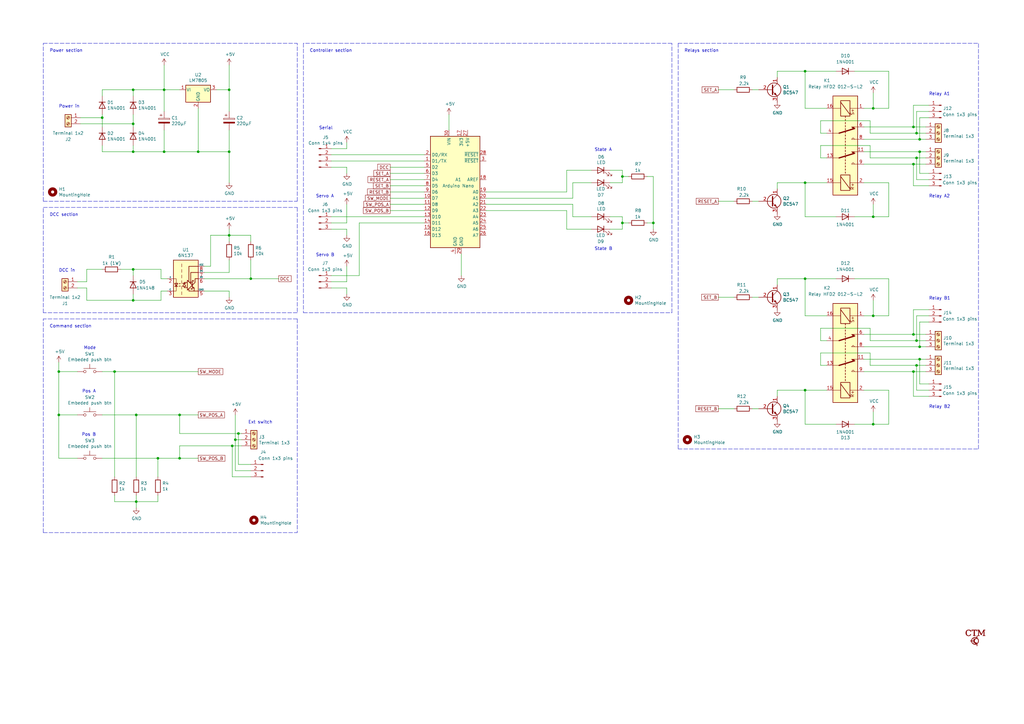
<source format=kicad_sch>
(kicad_sch (version 20211123) (generator eeschema)
  (paper "A3")
  (title_block (title "SM01 - Schematic") (date "2023-07-03") (rev "1.3") (company "CT-Modélisme (ct-modelisme.fr)") (comment 1 "Rev 1.1 - 2021-06-24") (comment 2 "Rev 1.2 - 2022-06-20"))
  (lib_symbols
    (symbol "CTM:Logo_CTM" (pin_names (offset 1.016)))
    (symbol "Connector:Conn_01x03_Male" (pin_names (offset 1.016) hide)
      (property "Reference" "J" (at 0 5.08 0))
      (property "Value" "Conn_01x03_Male" (at 0 -5.08 0))
      (symbol "Conn_01x03_Male_1_1"
        (pin passive line (at 5.08 2.54 180) (length 3.81) (name "Pin_1") (number "1"))
        (pin passive line (at 5.08 0 180) (length 3.81) (name "Pin_2") (number "2"))
        (pin passive line (at 5.08 -2.54 180) (length 3.81) (name "Pin_3") (number "3"))
      )
    )
    (symbol "Connector:Conn_01x04_Male" (pin_names (offset 1.016) hide)
      (property "Reference" "J" (at 0 5.08 0))
      (property "Value" "Conn_01x04_Male" (at 0 -7.62 0))
      (symbol "Conn_01x04_Male_1_1"
        (pin passive line (at 5.08 2.54 180) (length 3.81) (name "Pin_1") (number "1"))
        (pin passive line (at 5.08 0 180) (length 3.81) (name "Pin_2") (number "2"))
        (pin passive line (at 5.08 -2.54 180) (length 3.81) (name "Pin_3") (number "3"))
        (pin passive line (at 5.08 -5.08 180) (length 3.81) (name "Pin_4") (number "4"))
      )
    )
    (symbol "Connector:Screw_Terminal_01x02" (pin_names (offset 1.016) hide)
      (property "Reference" "J" (at 0 2.54 0))
      (property "Value" "Screw_Terminal_01x02" (at 0 -5.08 0))
      (symbol "Screw_Terminal_01x02_1_1"
        (pin passive line (at -5.08 0 0) (length 3.81) (name "Pin_1") (number "1"))
        (pin passive line (at -5.08 -2.54 0) (length 3.81) (name "Pin_2") (number "2"))
      )
    )
    (symbol "Connector:Screw_Terminal_01x03" (pin_names (offset 1.016) hide)
      (property "Reference" "J" (at 0 5.08 0))
      (property "Value" "Screw_Terminal_01x03" (at 0 -5.08 0))
      (symbol "Screw_Terminal_01x03_1_1"
        (pin passive line (at -5.08 2.54 0) (length 3.81) (name "Pin_1") (number "1"))
        (pin passive line (at -5.08 0 0) (length 3.81) (name "Pin_2") (number "2"))
        (pin passive line (at -5.08 -2.54 0) (length 3.81) (name "Pin_3") (number "3"))
      )
    )
    (symbol "Device:C_Polarized" (pin_numbers hide) (pin_names (offset 0.254))
      (property "Reference" "C" (at 0.635 2.54 0))
      (property "Value" "C_Polarized" (at 0.635 -2.54 0))
      (symbol "C_Polarized_1_1"
        (pin passive line (at 0 3.81 270) (length 2.794) (name "~") (number "1"))
        (pin passive line (at 0 -3.81 90) (length 2.794) (name "~") (number "2"))
      )
    )
    (symbol "Device:LED" (pin_numbers hide) (pin_names (offset 1.016) hide)
      (property "Reference" "D" (at 0 2.54 0))
      (property "Value" "LED" (at 0 -2.54 0))
      (symbol "LED_1_1"
        (pin passive line (at -3.81 0 0) (length 2.54) (name "K") (number "1"))
        (pin passive line (at 3.81 0 180) (length 2.54) (name "A") (number "2"))
      )
    )
    (symbol "Device:R" (pin_numbers hide) (pin_names (offset 0))
      (property "Reference" "R" (at 2.032 0 90))
      (property "Value" "R" (at 0 0 90))
      (symbol "R_1_1"
        (pin passive line (at 0 3.81 270) (length 1.27) (name "~") (number "1"))
        (pin passive line (at 0 -3.81 90) (length 1.27) (name "~") (number "2"))
      )
    )
    (symbol "Diode:1N4001" (pin_numbers hide) (pin_names (offset 1.016) hide)
      (property "Reference" "D" (at 0 2.54 0))
      (property "Value" "1N4001" (at 0 -2.54 0))
      (symbol "1N4001_1_1"
        (pin passive line (at -3.81 0 0) (length 2.54) (name "K") (number "1"))
        (pin passive line (at 3.81 0 180) (length 2.54) (name "A") (number "2"))
      )
    )
    (symbol "Diode:1N4148" (pin_numbers hide) (pin_names (offset 1.016) hide)
      (property "Reference" "D" (at 0 2.54 0))
      (property "Value" "1N4148" (at 0 -2.54 0))
      (symbol "1N4148_1_1"
        (pin passive line (at -3.81 0 0) (length 2.54) (name "K") (number "1"))
        (pin passive line (at 3.81 0 180) (length 2.54) (name "A") (number "2"))
      )
    )
    (symbol "Isolator:6N137" (pin_names (offset 0))
      (property "Reference" "U" (at -4.064 8.89 0))
      (property "Value" "6N137" (at 0 -8.89 0))
      (symbol "6N137_1_1"
        (pin no_connect line (at -5.08 5.08 0) (length 2.54) hide (name "NC") (number "1"))
        (pin passive line (at -7.62 0 0) (length 2.54) (name "A") (number "2"))
        (pin passive line (at -7.62 -5.08 0) (length 2.54) (name "C") (number "3"))
        (pin power_in line (at 7.62 -5.08 180) (length 2.54) (name "GND") (number "5"))
        (pin open_collector line (at 7.62 0 180) (length 2.54) (name "VO") (number "6"))
        (pin input line (at 7.62 2.54 180) (length 2.54) (name "EN") (number "7"))
        (pin power_in line (at 7.62 5.08 180) (length 2.54) (name "VCC") (number "8"))
      )
    )
    (symbol "MCU_Module:Arduino_Nano_v2.x"
      (property "Reference" "A" (at -10.16 23.495 0))
      (property "Value" "Arduino_Nano_v2.x" (at 5.08 -24.13 0))
      (symbol "Arduino_Nano_v2.x_1_1"
        (pin bidirectional line (at -12.7 12.7 0) (length 2.54) (name "D1/TX") (number "1"))
        (pin bidirectional line (at -12.7 -2.54 0) (length 2.54) (name "D7") (number "10"))
        (pin bidirectional line (at -12.7 -5.08 0) (length 2.54) (name "D8") (number "11"))
        (pin bidirectional line (at -12.7 -7.62 0) (length 2.54) (name "D9") (number "12"))
        (pin bidirectional line (at -12.7 -10.16 0) (length 2.54) (name "D10") (number "13"))
        (pin bidirectional line (at -12.7 -12.7 0) (length 2.54) (name "D11") (number "14"))
        (pin bidirectional line (at -12.7 -15.24 0) (length 2.54) (name "D12") (number "15"))
        (pin bidirectional line (at -12.7 -17.78 0) (length 2.54) (name "D13") (number "16"))
        (pin power_out line (at 2.54 25.4 270) (length 2.54) (name "3V3") (number "17"))
        (pin input line (at 12.7 5.08 180) (length 2.54) (name "AREF") (number "18"))
        (pin bidirectional line (at 12.7 0 180) (length 2.54) (name "A0") (number "19"))
        (pin bidirectional line (at -12.7 15.24 0) (length 2.54) (name "D0/RX") (number "2"))
        (pin bidirectional line (at 12.7 -2.54 180) (length 2.54) (name "A1") (number "20"))
        (pin bidirectional line (at 12.7 -5.08 180) (length 2.54) (name "A2") (number "21"))
        (pin bidirectional line (at 12.7 -7.62 180) (length 2.54) (name "A3") (number "22"))
        (pin bidirectional line (at 12.7 -10.16 180) (length 2.54) (name "A4") (number "23"))
        (pin bidirectional line (at 12.7 -12.7 180) (length 2.54) (name "A5") (number "24"))
        (pin bidirectional line (at 12.7 -15.24 180) (length 2.54) (name "A6") (number "25"))
        (pin bidirectional line (at 12.7 -17.78 180) (length 2.54) (name "A7") (number "26"))
        (pin power_out line (at 5.08 25.4 270) (length 2.54) (name "+5V") (number "27"))
        (pin input line (at 12.7 15.24 180) (length 2.54) (name "~{RESET}") (number "28"))
        (pin power_in line (at 2.54 -25.4 90) (length 2.54) (name "GND") (number "29"))
        (pin input line (at 12.7 12.7 180) (length 2.54) (name "~{RESET}") (number "3"))
        (pin power_in line (at -2.54 25.4 270) (length 2.54) (name "VIN") (number "30"))
        (pin power_in line (at 0 -25.4 90) (length 2.54) (name "GND") (number "4"))
        (pin bidirectional line (at -12.7 10.16 0) (length 2.54) (name "D2") (number "5"))
        (pin bidirectional line (at -12.7 7.62 0) (length 2.54) (name "D3") (number "6"))
        (pin bidirectional line (at -12.7 5.08 0) (length 2.54) (name "D4") (number "7"))
        (pin bidirectional line (at -12.7 2.54 0) (length 2.54) (name "D5") (number "8"))
        (pin bidirectional line (at -12.7 0 0) (length 2.54) (name "D6") (number "9"))
      )
    )
    (symbol "Mechanical:MountingHole" (pin_names (offset 1.016))
      (property "Reference" "H" (at 0 5.08 0))
      (property "Value" "MountingHole" (at 0 3.175 0))
    )
    (symbol "Regulator_Linear:LM7805_TO220" (pin_names (offset 0.254))
      (property "Reference" "U" (at -3.81 3.175 0))
      (property "Value" "LM7805_TO220" (at 0 3.175 0))
      (symbol "LM7805_TO220_1_1"
        (pin power_in line (at -7.62 0 0) (length 2.54) (name "VI") (number "1"))
        (pin power_in line (at 0 -7.62 90) (length 2.54) (name "GND") (number "2"))
        (pin power_out line (at 7.62 0 180) (length 2.54) (name "VO") (number "3"))
      )
    )
    (symbol "SM01-rescue:Relay_HFD2_012-S-L2-Relay"
      (property "Reference" "K" (at 17.78 8.89 0))
      (property "Value" "Relay_HFD2_012-S-L2-Relay" (at 21.59 6.35 0))
      (symbol "Relay_HFD2_012-S-L2-Relay_1_1"
        (text "+" (at -14.351 2.921 0) (effects (font (size 1.27 1.27))))
        (text "+" (at 16.129 2.921 0) (effects (font (size 1.27 1.27))))
        (text "R" (at 17.526 2.921 0) (effects (font (size 1.27 1.27))))
        (text "S" (at -13.081 2.921 0) (effects (font (size 1.27 1.27))))
        (pin passive line (at -15.24 7.62 270) (length 2.54) (name "~") (number "1"))
        (pin passive line (at 2.54 7.62 270) (length 2.54) (name "~") (number "11"))
        (pin passive line (at 5.08 -7.62 90) (length 2.54) (name "~") (number "13"))
        (pin passive line (at 15.24 -7.62 90) (length 2.54) (name "~") (number "15"))
        (pin passive line (at -15.24 -7.62 90) (length 2.54) (name "~") (number "16"))
        (pin passive line (at 15.24 7.62 270) (length 2.54) (name "~") (number "2"))
        (pin passive line (at -5.08 -7.62 90) (length 2.54) (name "~") (number "4"))
        (pin passive line (at -7.62 7.62 270) (length 2.54) (name "~") (number "6"))
        (pin passive line (at -2.54 7.62 270) (length 2.54) (name "~") (number "8"))
        (pin passive line (at 7.62 7.62 270) (length 2.54) (name "~") (number "9"))
      )
    )
    (symbol "Switch:SW_Push" (pin_numbers hide) (pin_names (offset 1.016) hide)
      (property "Reference" "SW" (at 1.27 2.54 0))
      (property "Value" "SW_Push" (at 0 -1.524 0))
      (symbol "SW_Push_0_1"
        (pin passive line (at -5.08 0 0) (length 2.54) (name "1") (number "1"))
        (pin passive line (at 5.08 0 180) (length 2.54) (name "2") (number "2"))
      )
    )
    (symbol "Transistor_BJT:BC547" (pin_names (offset 0) hide)
      (property "Reference" "Q" (at 5.08 1.905 0))
      (property "Value" "BC547" (at 5.08 0 0))
      (symbol "BC547_1_1"
        (pin passive line (at 2.54 5.08 270) (length 2.54) (name "C") (number "1"))
        (pin input line (at -5.08 0 0) (length 5.08) (name "B") (number "2"))
        (pin passive line (at 2.54 -5.08 90) (length 2.54) (name "E") (number "3"))
      )
    )
    (symbol "power:+5V" (power) (pin_names (offset 0))
      (property "Value" "+5V" (at 0 3.556 0))
      (symbol "+5V_1_1"
        (pin power_in line (at 0 0 90) (length 0) hide (name "+5V") (number "1"))
      )
    )
    (symbol "power:GND" (power) (pin_names (offset 0))
      (property "Value" "GND" (at 0 -3.81 0))
      (symbol "GND_1_1"
        (pin power_in line (at 0 0 270) (length 0) hide (name "GND") (number "1"))
      )
    )
    (symbol "power:VCC" (power) (pin_names (offset 0))
      (property "Value" "VCC" (at 0 3.81 0))
      (symbol "VCC_1_1"
        (pin power_in line (at 0 0 90) (length 0) hide (name "VCC") (number "1"))
      )
    )
  )
  (junction (at 54.61 50.8))
  (junction (at 41.91 48.26))
  (junction (at 374.65 52.07))
  (junction (at 358.14 88.9))
  (junction (at 67.31 36.83))
  (junction (at 67.31 62.23))
  (junction (at 358.14 44.45))
  (junction (at 102.87 114.3))
  (junction (at 330.2 114.3))
  (junction (at 81.28 62.23))
  (junction (at 54.61 110.49))
  (junction (at 54.61 62.23))
  (junction (at 93.98 62.23))
  (junction (at 73.66 170.18))
  (junction (at 375.92 149.86))
  (junction (at 375.92 64.77))
  (junction (at 377.19 142.24))
  (junction (at 97.79 177.8))
  (junction (at 24.13 170.18))
  (junction (at 55.88 170.18))
  (junction (at 377.19 57.15))
  (junction (at 93.98 36.83))
  (junction (at 358.14 173.99))
  (junction (at 330.2 29.21))
  (junction (at 255.27 72.39))
  (junction (at 73.66 187.96))
  (junction (at 375.92 54.61))
  (junction (at 54.61 36.83))
  (junction (at 374.65 67.31))
  (junction (at 358.14 129.54))
  (junction (at 54.61 123.19))
  (junction (at 330.2 160.02))
  (junction (at 377.19 147.32))
  (junction (at 330.2 74.93))
  (junction (at 64.77 187.96))
  (junction (at 374.65 137.16))
  (junction (at 374.65 152.4))
  (junction (at 95.25 182.88))
  (junction (at 55.88 205.74))
  (junction (at 93.98 96.52))
  (junction (at 267.97 91.44))
  (junction (at 46.99 152.4))
  (junction (at 377.19 62.23))
  (junction (at 255.27 91.44))
  (junction (at 96.52 180.34))
  (junction (at 375.92 139.7))
  (junction (at 24.13 152.4))
  (wire (pts (xy 330.2 114.3) (xy 342.9 114.3)))
  (wire (pts (xy 318.77 74.93) (xy 330.2 74.93)))
  (wire (pts (xy 377.19 62.23) (xy 379.73 62.23)))
  (wire (pts (xy 232.41 86.36) (xy 199.39 86.36)))
  (wire (pts (xy 189.23 104.14) (xy 189.23 113.03)))
  (wire (pts (xy 135.89 115.57) (xy 142.24 115.57)))
  (wire (pts (xy 350.52 114.3) (xy 364.49 114.3)))
  (wire (pts (xy 255.27 93.98) (xy 255.27 91.44)))
  (wire (pts (xy 55.88 205.74) (xy 55.88 203.2)))
  (wire (pts (xy 95.25 182.88) (xy 73.66 182.88)))
  (wire (pts (xy 135.89 66.04) (xy 173.99 66.04)))
  (wire (pts (xy 339.09 149.86) (xy 336.55 149.86)))
  (polyline (pts (xy 278.13 17.78) (xy 278.13 184.15)))
  (wire (pts (xy 374.65 162.56) (xy 381 162.56)))
  (wire (pts (xy 160.02 68.58) (xy 173.99 68.58)))
  (polyline (pts (xy 121.92 85.09) (xy 121.92 128.27)))
  (wire (pts (xy 96.52 180.34) (xy 96.52 170.18)))
  (wire (pts (xy 54.61 120.65) (xy 54.61 123.19)))
  (polyline (pts (xy 278.13 17.78) (xy 401.32 17.78)))
  (wire (pts (xy 381 48.26) (xy 377.19 48.26)))
  (wire (pts (xy 81.28 44.45) (xy 81.28 62.23)))
  (wire (pts (xy 35.56 110.49) (xy 41.91 110.49)))
  (wire (pts (xy 73.66 182.88) (xy 73.66 187.96)))
  (wire (pts (xy 308.61 82.55) (xy 311.15 82.55)))
  (wire (pts (xy 308.61 167.64) (xy 311.15 167.64)))
  (wire (pts (xy 356.87 49.53) (xy 356.87 54.61)))
  (wire (pts (xy 102.87 114.3) (xy 102.87 106.68)))
  (wire (pts (xy 364.49 114.3) (xy 364.49 129.54)))
  (wire (pts (xy 160.02 86.36) (xy 173.99 86.36)))
  (wire (pts (xy 93.98 96.52) (xy 93.98 93.98)))
  (wire (pts (xy 54.61 110.49) (xy 54.61 113.03)))
  (wire (pts (xy 99.06 182.88) (xy 95.25 182.88)))
  (wire (pts (xy 97.79 177.8) (xy 73.66 177.8)))
  (wire (pts (xy 374.65 137.16) (xy 374.65 127)))
  (wire (pts (xy 73.66 177.8) (xy 73.66 170.18)))
  (wire (pts (xy 83.82 114.3) (xy 102.87 114.3)))
  (wire (pts (xy 31.75 152.4) (xy 24.13 152.4)))
  (wire (pts (xy 54.61 52.07) (xy 54.61 50.8)))
  (wire (pts (xy 142.24 68.58) (xy 142.24 71.12)))
  (wire (pts (xy 55.88 195.58) (xy 55.88 170.18)))
  (wire (pts (xy 294.64 82.55) (xy 300.99 82.55)))
  (polyline (pts (xy 17.78 82.55) (xy 17.78 17.78)))
  (wire (pts (xy 375.92 54.61) (xy 379.73 54.61)))
  (polyline (pts (xy 17.78 218.44) (xy 17.78 130.81)))
  (wire (pts (xy 374.65 52.07) (xy 379.73 52.07)))
  (wire (pts (xy 356.87 139.7) (xy 375.92 139.7)))
  (wire (pts (xy 377.19 132.08) (xy 377.19 142.24)))
  (wire (pts (xy 364.49 129.54) (xy 358.14 129.54)))
  (wire (pts (xy 354.33 147.32) (xy 377.19 147.32)))
  (wire (pts (xy 354.33 52.07) (xy 374.65 52.07)))
  (wire (pts (xy 135.89 88.9) (xy 173.99 88.9)))
  (wire (pts (xy 311.15 36.83) (xy 308.61 36.83)))
  (wire (pts (xy 73.66 170.18) (xy 81.28 170.18)))
  (wire (pts (xy 93.98 62.23) (xy 93.98 53.34)))
  (wire (pts (xy 354.33 152.4) (xy 374.65 152.4)))
  (wire (pts (xy 358.14 123.19) (xy 358.14 129.54)))
  (wire (pts (xy 142.24 60.96) (xy 142.24 58.42)))
  (wire (pts (xy 55.88 205.74) (xy 55.88 208.28)))
  (wire (pts (xy 35.56 123.19) (xy 54.61 123.19)))
  (wire (pts (xy 358.14 173.99) (xy 364.49 173.99)))
  (wire (pts (xy 339.09 64.77) (xy 336.55 64.77)))
  (wire (pts (xy 66.04 123.19) (xy 66.04 119.38)))
  (polyline (pts (xy 275.59 128.27) (xy 275.59 17.78)))
  (wire (pts (xy 364.49 160.02) (xy 364.49 173.99)))
  (wire (pts (xy 160.02 78.74) (xy 173.99 78.74)))
  (wire (pts (xy 350.52 88.9) (xy 358.14 88.9)))
  (wire (pts (xy 364.49 44.45) (xy 358.14 44.45)))
  (wire (pts (xy 64.77 187.96) (xy 73.66 187.96)))
  (wire (pts (xy 142.24 91.44) (xy 142.24 83.82)))
  (wire (pts (xy 255.27 72.39) (xy 255.27 74.93)))
  (wire (pts (xy 67.31 36.83) (xy 73.66 36.83)))
  (wire (pts (xy 54.61 123.19) (xy 66.04 123.19)))
  (polyline (pts (xy 401.32 184.15) (xy 401.32 17.78)))
  (wire (pts (xy 232.41 93.98) (xy 232.41 86.36)))
  (wire (pts (xy 31.75 115.57) (xy 35.56 115.57)))
  (wire (pts (xy 41.91 170.18) (xy 55.88 170.18)))
  (polyline (pts (xy 124.46 128.27) (xy 275.59 128.27)))
  (wire (pts (xy 375.92 149.86) (xy 379.73 149.86)))
  (polyline (pts (xy 124.46 17.78) (xy 124.46 128.27)))
  (wire (pts (xy 318.77 114.3) (xy 330.2 114.3)))
  (wire (pts (xy 377.19 157.48) (xy 377.19 147.32)))
  (wire (pts (xy 142.24 93.98) (xy 142.24 96.52)))
  (wire (pts (xy 356.87 149.86) (xy 375.92 149.86)))
  (wire (pts (xy 374.65 76.2) (xy 374.65 67.31)))
  (wire (pts (xy 24.13 152.4) (xy 24.13 148.59)))
  (wire (pts (xy 336.55 49.53) (xy 356.87 49.53)))
  (wire (pts (xy 135.89 63.5) (xy 173.99 63.5)))
  (wire (pts (xy 46.99 203.2) (xy 46.99 205.74)))
  (wire (pts (xy 54.61 110.49) (xy 66.04 110.49)))
  (wire (pts (xy 377.19 48.26) (xy 377.19 57.15)))
  (wire (pts (xy 199.39 83.82) (xy 234.95 83.82)))
  (wire (pts (xy 93.98 96.52) (xy 102.87 96.52)))
  (wire (pts (xy 339.09 44.45) (xy 330.2 44.45)))
  (wire (pts (xy 339.09 54.61) (xy 336.55 54.61)))
  (polyline (pts (xy 17.78 128.27) (xy 17.78 85.09)))
  (wire (pts (xy 255.27 72.39) (xy 257.81 72.39)))
  (wire (pts (xy 41.91 59.69) (xy 41.91 62.23)))
  (wire (pts (xy 330.2 160.02) (xy 330.2 173.99)))
  (wire (pts (xy 354.33 137.16) (xy 374.65 137.16)))
  (wire (pts (xy 377.19 57.15) (xy 379.73 57.15)))
  (wire (pts (xy 41.91 36.83) (xy 54.61 36.83)))
  (wire (pts (xy 358.14 129.54) (xy 354.33 129.54)))
  (wire (pts (xy 184.15 53.34) (xy 184.15 46.99)))
  (wire (pts (xy 364.49 29.21) (xy 364.49 44.45)))
  (wire (pts (xy 356.87 144.78) (xy 356.87 149.86)))
  (wire (pts (xy 358.14 44.45) (xy 354.33 44.45)))
  (wire (pts (xy 102.87 96.52) (xy 102.87 99.06)))
  (wire (pts (xy 342.9 88.9) (xy 330.2 88.9)))
  (wire (pts (xy 350.52 173.99) (xy 358.14 173.99)))
  (wire (pts (xy 147.32 113.03) (xy 147.32 91.44)))
  (wire (pts (xy 234.95 81.28) (xy 234.95 74.93)))
  (wire (pts (xy 142.24 115.57) (xy 142.24 109.22)))
  (wire (pts (xy 356.87 54.61) (xy 375.92 54.61)))
  (wire (pts (xy 267.97 93.98) (xy 267.97 91.44)))
  (wire (pts (xy 356.87 64.77) (xy 375.92 64.77)))
  (wire (pts (xy 336.55 59.69) (xy 356.87 59.69)))
  (wire (pts (xy 330.2 44.45) (xy 330.2 29.21)))
  (wire (pts (xy 86.36 96.52) (xy 93.98 96.52)))
  (wire (pts (xy 31.75 170.18) (xy 24.13 170.18)))
  (wire (pts (xy 97.79 190.5) (xy 97.79 177.8)))
  (wire (pts (xy 41.91 39.37) (xy 41.91 36.83)))
  (polyline (pts (xy 17.78 82.55) (xy 121.92 82.55)))
  (wire (pts (xy 41.91 152.4) (xy 46.99 152.4)))
  (wire (pts (xy 336.55 54.61) (xy 336.55 49.53)))
  (wire (pts (xy 342.9 173.99) (xy 330.2 173.99)))
  (wire (pts (xy 83.82 111.76) (xy 93.98 111.76)))
  (wire (pts (xy 41.91 48.26) (xy 41.91 46.99)))
  (wire (pts (xy 318.77 116.84) (xy 318.77 114.3)))
  (wire (pts (xy 135.89 68.58) (xy 142.24 68.58)))
  (wire (pts (xy 354.33 74.93) (xy 364.49 74.93)))
  (wire (pts (xy 354.33 67.31) (xy 374.65 67.31)))
  (wire (pts (xy 358.14 38.1) (xy 358.14 44.45)))
  (wire (pts (xy 356.87 59.69) (xy 356.87 64.77)))
  (wire (pts (xy 311.15 121.92) (xy 308.61 121.92)))
  (wire (pts (xy 358.14 83.82) (xy 358.14 88.9)))
  (wire (pts (xy 232.41 69.85) (xy 242.57 69.85)))
  (wire (pts (xy 381 157.48) (xy 377.19 157.48)))
  (wire (pts (xy 55.88 205.74) (xy 64.77 205.74)))
  (wire (pts (xy 318.77 29.21) (xy 330.2 29.21)))
  (wire (pts (xy 114.3 114.3) (xy 102.87 114.3)))
  (wire (pts (xy 250.19 88.9) (xy 255.27 88.9)))
  (wire (pts (xy 318.77 162.56) (xy 318.77 160.02)))
  (wire (pts (xy 55.88 170.18) (xy 73.66 170.18)))
  (wire (pts (xy 93.98 119.38) (xy 93.98 121.92)))
  (wire (pts (xy 64.77 195.58) (xy 64.77 187.96)))
  (polyline (pts (xy 121.92 82.55) (xy 121.92 17.78)))
  (wire (pts (xy 24.13 152.4) (xy 24.13 170.18)))
  (wire (pts (xy 83.82 119.38) (xy 93.98 119.38)))
  (wire (pts (xy 375.92 129.54) (xy 381 129.54)))
  (wire (pts (xy 336.55 144.78) (xy 356.87 144.78)))
  (wire (pts (xy 339.09 74.93) (xy 330.2 74.93)))
  (polyline (pts (xy 17.78 85.09) (xy 121.92 85.09)))
  (wire (pts (xy 46.99 152.4) (xy 81.28 152.4)))
  (wire (pts (xy 318.77 77.47) (xy 318.77 74.93)))
  (wire (pts (xy 160.02 71.12) (xy 173.99 71.12)))
  (wire (pts (xy 377.19 71.12) (xy 381 71.12)))
  (wire (pts (xy 375.92 139.7) (xy 375.92 129.54)))
  (wire (pts (xy 173.99 76.2) (xy 160.02 76.2)))
  (wire (pts (xy 336.55 64.77) (xy 336.55 59.69)))
  (wire (pts (xy 255.27 91.44) (xy 257.81 91.44)))
  (wire (pts (xy 354.33 62.23) (xy 377.19 62.23)))
  (wire (pts (xy 374.65 127) (xy 381 127)))
  (wire (pts (xy 234.95 74.93) (xy 242.57 74.93)))
  (wire (pts (xy 102.87 195.58) (xy 95.25 195.58)))
  (wire (pts (xy 54.61 36.83) (xy 54.61 39.37)))
  (wire (pts (xy 350.52 29.21) (xy 364.49 29.21)))
  (wire (pts (xy 381 76.2) (xy 374.65 76.2)))
  (wire (pts (xy 336.55 139.7) (xy 336.55 134.62)))
  (wire (pts (xy 375.92 73.66) (xy 381 73.66)))
  (wire (pts (xy 267.97 91.44) (xy 267.97 72.39)))
  (wire (pts (xy 41.91 52.07) (xy 41.91 48.26)))
  (wire (pts (xy 99.06 180.34) (xy 96.52 180.34)))
  (wire (pts (xy 54.61 36.83) (xy 67.31 36.83)))
  (wire (pts (xy 66.04 119.38) (xy 68.58 119.38)))
  (wire (pts (xy 99.06 177.8) (xy 97.79 177.8)))
  (wire (pts (xy 49.53 110.49) (xy 54.61 110.49)))
  (wire (pts (xy 93.98 111.76) (xy 93.98 106.68)))
  (wire (pts (xy 339.09 139.7) (xy 336.55 139.7)))
  (wire (pts (xy 354.33 142.24) (xy 377.19 142.24)))
  (wire (pts (xy 255.27 88.9) (xy 255.27 91.44)))
  (wire (pts (xy 330.2 129.54) (xy 330.2 114.3)))
  (wire (pts (xy 255.27 74.93) (xy 250.19 74.93)))
  (wire (pts (xy 54.61 50.8) (xy 54.61 46.99)))
  (wire (pts (xy 68.58 114.3) (xy 66.04 114.3)))
  (wire (pts (xy 96.52 193.04) (xy 102.87 193.04)))
  (wire (pts (xy 234.95 83.82) (xy 234.95 88.9)))
  (wire (pts (xy 356.87 134.62) (xy 356.87 139.7)))
  (wire (pts (xy 46.99 205.74) (xy 55.88 205.74)))
  (wire (pts (xy 267.97 72.39) (xy 265.43 72.39)))
  (polyline (pts (xy 121.92 128.27) (xy 17.78 128.27)))
  (wire (pts (xy 95.25 195.58) (xy 95.25 182.88)))
  (wire (pts (xy 160.02 73.66) (xy 173.99 73.66)))
  (wire (pts (xy 66.04 114.3) (xy 66.04 110.49)))
  (polyline (pts (xy 121.92 130.81) (xy 17.78 130.81)))
  (wire (pts (xy 381 132.08) (xy 377.19 132.08)))
  (wire (pts (xy 199.39 78.74) (xy 232.41 78.74)))
  (wire (pts (xy 35.56 115.57) (xy 35.56 110.49)))
  (wire (pts (xy 330.2 29.21) (xy 342.9 29.21)))
  (wire (pts (xy 375.92 64.77) (xy 375.92 73.66)))
  (wire (pts (xy 354.33 160.02) (xy 364.49 160.02)))
  (polyline (pts (xy 17.78 17.78) (xy 121.92 17.78)))
  (wire (pts (xy 318.77 160.02) (xy 330.2 160.02)))
  (wire (pts (xy 31.75 118.11) (xy 35.56 118.11)))
  (wire (pts (xy 93.98 36.83) (xy 93.98 45.72)))
  (wire (pts (xy 294.64 121.92) (xy 300.99 121.92)))
  (wire (pts (xy 67.31 62.23) (xy 81.28 62.23)))
  (wire (pts (xy 232.41 78.74) (xy 232.41 69.85)))
  (wire (pts (xy 88.9 36.83) (xy 93.98 36.83)))
  (polyline (pts (xy 121.92 130.81) (xy 121.92 218.44)))
  (wire (pts (xy 339.09 160.02) (xy 330.2 160.02)))
  (wire (pts (xy 147.32 91.44) (xy 173.99 91.44)))
  (wire (pts (xy 93.98 74.93) (xy 93.98 62.23)))
  (wire (pts (xy 135.89 93.98) (xy 142.24 93.98)))
  (wire (pts (xy 83.82 109.22) (xy 86.36 109.22)))
  (wire (pts (xy 374.65 67.31) (xy 379.73 67.31)))
  (wire (pts (xy 318.77 31.75) (xy 318.77 29.21)))
  (wire (pts (xy 234.95 88.9) (xy 242.57 88.9)))
  (wire (pts (xy 358.14 88.9) (xy 364.49 88.9)))
  (wire (pts (xy 250.19 93.98) (xy 255.27 93.98)))
  (wire (pts (xy 54.61 62.23) (xy 54.61 59.69)))
  (wire (pts (xy 33.02 50.8) (xy 54.61 50.8)))
  (wire (pts (xy 364.49 74.93) (xy 364.49 88.9)))
  (wire (pts (xy 142.24 118.11) (xy 142.24 120.65)))
  (wire (pts (xy 294.64 36.83) (xy 300.99 36.83)))
  (wire (pts (xy 336.55 134.62) (xy 356.87 134.62)))
  (wire (pts (xy 46.99 195.58) (xy 46.99 152.4)))
  (polyline (pts (xy 278.13 184.15) (xy 401.32 184.15)))
  (wire (pts (xy 375.92 64.77) (xy 379.73 64.77)))
  (wire (pts (xy 375.92 139.7) (xy 379.73 139.7)))
  (wire (pts (xy 67.31 36.83) (xy 67.31 45.72)))
  (wire (pts (xy 135.89 91.44) (xy 142.24 91.44)))
  (wire (pts (xy 33.02 48.26) (xy 41.91 48.26)))
  (wire (pts (xy 54.61 62.23) (xy 67.31 62.23)))
  (wire (pts (xy 375.92 160.02) (xy 381 160.02)))
  (wire (pts (xy 374.65 43.18) (xy 381 43.18)))
  (wire (pts (xy 67.31 62.23) (xy 67.31 53.34)))
  (polyline (pts (xy 17.78 218.44) (xy 121.92 218.44)))
  (wire (pts (xy 374.65 152.4) (xy 379.73 152.4)))
  (wire (pts (xy 232.41 93.98) (xy 242.57 93.98)))
  (wire (pts (xy 41.91 62.23) (xy 54.61 62.23)))
  (wire (pts (xy 354.33 57.15) (xy 377.19 57.15)))
  (wire (pts (xy 64.77 205.74) (xy 64.77 203.2)))
  (wire (pts (xy 86.36 109.22) (xy 86.36 96.52)))
  (wire (pts (xy 173.99 83.82) (xy 160.02 83.82)))
  (wire (pts (xy 24.13 170.18) (xy 24.13 187.96)))
  (wire (pts (xy 250.19 69.85) (xy 255.27 69.85)))
  (wire (pts (xy 73.66 187.96) (xy 81.28 187.96)))
  (wire (pts (xy 135.89 113.03) (xy 147.32 113.03)))
  (wire (pts (xy 67.31 26.67) (xy 67.31 36.83)))
  (wire (pts (xy 294.64 167.64) (xy 300.99 167.64)))
  (wire (pts (xy 377.19 147.32) (xy 379.73 147.32)))
  (wire (pts (xy 24.13 187.96) (xy 31.75 187.96)))
  (wire (pts (xy 81.28 62.23) (xy 93.98 62.23)))
  (wire (pts (xy 199.39 81.28) (xy 234.95 81.28)))
  (wire (pts (xy 330.2 74.93) (xy 330.2 88.9)))
  (wire (pts (xy 377.19 62.23) (xy 377.19 71.12)))
  (wire (pts (xy 339.09 129.54) (xy 330.2 129.54)))
  (wire (pts (xy 377.19 142.24) (xy 379.73 142.24)))
  (wire (pts (xy 102.87 190.5) (xy 97.79 190.5)))
  (wire (pts (xy 375.92 54.61) (xy 375.92 45.72)))
  (wire (pts (xy 358.14 168.91) (xy 358.14 173.99)))
  (wire (pts (xy 93.98 99.06) (xy 93.98 96.52)))
  (wire (pts (xy 267.97 91.44) (xy 265.43 91.44)))
  (wire (pts (xy 41.91 187.96) (xy 64.77 187.96)))
  (wire (pts (xy 374.65 152.4) (xy 374.65 162.56)))
  (wire (pts (xy 375.92 149.86) (xy 375.92 160.02)))
  (polyline (pts (xy 275.59 17.78) (xy 124.46 17.78)))
  (wire (pts (xy 374.65 137.16) (xy 379.73 137.16)))
  (wire (pts (xy 135.89 60.96) (xy 142.24 60.96)))
  (wire (pts (xy 135.89 118.11) (xy 142.24 118.11)))
  (wire (pts (xy 255.27 69.85) (xy 255.27 72.39)))
  (wire (pts (xy 160.02 81.28) (xy 173.99 81.28)))
  (wire (pts (xy 35.56 118.11) (xy 35.56 123.19)))
  (wire (pts (xy 336.55 149.86) (xy 336.55 144.78)))
  (wire (pts (xy 375.92 45.72) (xy 381 45.72)))
  (wire (pts (xy 93.98 26.67) (xy 93.98 36.83)))
  (wire (pts (xy 96.52 180.34) (xy 96.52 193.04)))
  (wire (pts (xy 374.65 52.07) (xy 374.65 43.18)))
  (text "Relay B2" (at 381 167.64 0) (effects (font (size 1.27 1.27)) (justify left bottom)))
  (text "Command section" (at 20.32 134.62 0) (effects (font (size 1.27 1.27)) (justify left bottom)))
  (text "Power section" (at 20.32 21.59 0) (effects (font (size 1.27 1.27)) (justify left bottom)))
  (text "Relay B1" (at 381 123.19 0) (effects (font (size 1.27 1.27)) (justify left bottom)))
  (text "Pos B" (at 39.37 179.07 180) (effects (font (size 1.27 1.27)) (justify right bottom)))
  (text "Power in" (at 24.13 44.45 0) (effects (font (size 1.27 1.27)) (justify left bottom)))
  (text "Mode" (at 39.37 143.51 180) (effects (font (size 1.27 1.27)) (justify right bottom)))
  (text "Relay A2" (at 381 81.28 0) (effects (font (size 1.27 1.27)) (justify left bottom)))
  (text "Controller section" (at 127 21.59 0) (effects (font (size 1.27 1.27)) (justify left bottom)))
  (text "State A" (at 243.84 62.23 0) (effects (font (size 1.27 1.27)) (justify left bottom)))
  (text "State B" (at 243.84 102.87 0) (effects (font (size 1.27 1.27)) (justify left bottom)))
  (text "Servo A" (at 129.54 81.28 0) (effects (font (size 1.27 1.27)) (justify left bottom)))
  (text "DCC in" (at 24.13 111.76 0) (effects (font (size 1.27 1.27)) (justify left bottom)))
  (text "Relays section" (at 280.67 21.59 0) (effects (font (size 1.27 1.27)) (justify left bottom)))
  (text "Ext switch" (at 111.76 173.99 180) (effects (font (size 1.27 1.27)) (justify right bottom)))
  (text "Serial" (at 130.81 53.34 0) (effects (font (size 1.27 1.27)) (justify left bottom)))
  (text "Servo B" (at 129.54 105.41 0) (effects (font (size 1.27 1.27)) (justify left bottom)))
  (text "Pos A" (at 39.37 161.29 180) (effects (font (size 1.27 1.27)) (justify right bottom)))
  (text "Relay A1" (at 381 39.37 0) (effects (font (size 1.27 1.27)) (justify left bottom)))
  (text "DCC section" (at 20.32 88.9 0) (effects (font (size 1.27 1.27)) (justify left bottom)))
  (global_label "DCC" (shape passive) (at 114.3 114.3 0) (property "Intersheet References" "${INTERSHEET_REFS}" (effects hide)))
  (global_label "RESET_A" (shape passive) (at 294.64 82.55 180) (property "Intersheet References" "${INTERSHEET_REFS}" (effects hide)))
  (global_label "SW_POS_B" (shape passive) (at 160.02 86.36 180) (property "Intersheet References" "${INTERSHEET_REFS}" (effects hide)))
  (global_label "SET_B" (shape passive) (at 160.02 76.2 180) (property "Intersheet References" "${INTERSHEET_REFS}" (effects hide)))
  (global_label "DCC" (shape passive) (at 160.02 68.58 180) (property "Intersheet References" "${INTERSHEET_REFS}" (effects hide)))
  (global_label "SW_POS_A" (shape passive) (at 160.02 83.82 180) (property "Intersheet References" "${INTERSHEET_REFS}" (effects hide)))
  (global_label "RESET_B" (shape passive) (at 160.02 78.74 180) (property "Intersheet References" "${INTERSHEET_REFS}" (effects hide)))
  (global_label "RESET_B" (shape passive) (at 294.64 167.64 180) (property "Intersheet References" "${INTERSHEET_REFS}" (effects hide)))
  (global_label "SW_MODE" (shape passive) (at 160.02 81.28 180) (property "Intersheet References" "${INTERSHEET_REFS}" (effects hide)))
  (global_label "SET_A" (shape passive) (at 294.64 36.83 180) (property "Intersheet References" "${INTERSHEET_REFS}" (effects hide)))
  (global_label "SW_POS_A" (shape passive) (at 81.28 170.18 0) (property "Intersheet References" "${INTERSHEET_REFS}" (effects hide)))
  (global_label "SW_MODE" (shape passive) (at 81.28 152.4 0) (property "Intersheet References" "${INTERSHEET_REFS}" (effects hide)))
  (global_label "SET_A" (shape passive) (at 160.02 71.12 180) (property "Intersheet References" "${INTERSHEET_REFS}" (effects hide)))
  (global_label "SW_POS_B" (shape passive) (at 81.28 187.96 0) (property "Intersheet References" "${INTERSHEET_REFS}" (effects hide)))
  (global_label "SET_B" (shape passive) (at 294.64 121.92 180) (property "Intersheet References" "${INTERSHEET_REFS}" (effects hide)))
  (global_label "RESET_A" (shape passive) (at 160.02 73.66 180) (property "Intersheet References" "${INTERSHEET_REFS}" (effects hide)))
  (symbol (lib_id "MCU_Module:Arduino_Nano_v2.x") (at 186.69 78.74 0) (unit 1)
    (property "Reference" "A1" (at 187.96 73.66 0))
    (property "Value" "Arduino Nano" (at 187.96 76.2 0))
    (property "Footprint" "Module:Arduino_Nano" (effects hide))
    (property "Datasheet" "https://www.arduino.cc/en/uploads/Main/ArduinoNanoManual23.pdf" (effects hide))
  )
  (symbol (lib_id "Connector:Screw_Terminal_01x02") (at 27.94 48.26 0) (mirror y) (unit 1)
    (property "Reference" "J2" (at 27.94 57.15 0))
    (property "Value" "Terminal 1x2" (at 27.94 54.61 0))
    (property "Footprint" "TerminalBlock:TerminalBlock_bornier-2_P5.08mm" (effects hide))
  )
  (symbol (lib_id "SM01-rescue:Relay_HFD2_012-S-L2-Relay") (at 346.71 59.69 270) (unit 1)
    (property "Reference" "K1" (at 337.82 33.02 90) (effects (justify left)))
    (property "Value" "Relay HFD2 012-S-L2" (at 331.47 35.56 90) (effects (justify left)))
    (property "Footprint" "Package_DIP:DIP-16_W7.62mm_Socket" (effects hide))
    (property "Datasheet" "https://content.kemet.com/datasheets/KEM_R7002_EC2_EE2.pdf" (effects hide))
  )
  (symbol (lib_id "Diode:1N4001") (at 41.91 43.18 270) (unit 1)
    (property "Reference" "D1" (at 43.942 42.0116 90) (effects (justify left)))
    (property "Value" "1N4001" (at 43.942 44.323 90) (effects (justify left)))
    (property "Footprint" "Diode_THT:D_DO-41_SOD81_P10.16mm_Horizontal" (effects hide))
    (property "Datasheet" "http://www.vishay.com/docs/88503/1n4001.pdf" (effects hide))
  )
  (symbol (lib_id "Diode:1N4001") (at 41.91 55.88 270) (unit 1)
    (property "Reference" "D2" (at 43.942 54.7116 90) (effects (justify left)))
    (property "Value" "1N4001" (at 43.942 57.023 90) (effects (justify left)))
    (property "Footprint" "Diode_THT:D_DO-41_SOD81_P10.16mm_Horizontal" (effects hide))
    (property "Datasheet" "http://www.vishay.com/docs/88503/1n4001.pdf" (effects hide))
  )
  (symbol (lib_id "Diode:1N4001") (at 54.61 43.18 270) (unit 1)
    (property "Reference" "D3" (at 56.642 42.0116 90) (effects (justify left)))
    (property "Value" "1N4001" (at 56.642 44.323 90) (effects (justify left)))
    (property "Footprint" "Diode_THT:D_DO-41_SOD81_P10.16mm_Horizontal" (effects hide))
    (property "Datasheet" "http://www.vishay.com/docs/88503/1n4001.pdf" (effects hide))
  )
  (symbol (lib_id "Diode:1N4001") (at 54.61 55.88 270) (unit 1)
    (property "Reference" "D4" (at 56.642 54.7116 90) (effects (justify left)))
    (property "Value" "1N4001" (at 56.642 57.023 90) (effects (justify left)))
    (property "Footprint" "Diode_THT:D_DO-41_SOD81_P10.16mm_Horizontal" (effects hide))
    (property "Datasheet" "http://www.vishay.com/docs/88503/1n4001.pdf" (effects hide))
  )
  (symbol (lib_id "Device:C_Polarized") (at 67.31 49.53 0) (unit 1)
    (property "Reference" "C1" (at 70.3072 48.3616 0) (effects (justify left)))
    (property "Value" "220µF" (at 70.3072 50.673 0) (effects (justify left)))
    (property "Footprint" "Capacitor_THT:CP_Radial_D6.3mm_P2.50mm" (effects hide))
  )
  (symbol (lib_id "Regulator_Linear:LM7805_TO220") (at 81.28 36.83 0) (unit 1)
    (property "Reference" "U2" (at 81.28 30.6832 0))
    (property "Value" "LM7805" (at 81.28 32.9946 0))
    (property "Footprint" "Package_TO_SOT_THT:TO-220-3_Vertical" (effects hide))
    (property "Datasheet" "https://www.onsemi.cn/PowerSolutions/document/MC7800-D.PDF" (effects hide))
  )
  (symbol (lib_id "Isolator:6N137") (at 76.2 114.3 0) (unit 1)
    (property "Reference" "U1" (at 76.2 102.4382 0))
    (property "Value" "6N137" (at 76.2 104.7496 0))
    (property "Footprint" "Package_DIP:DIP-8_W7.62mm" (effects hide))
    (property "Datasheet" "https://docs.broadcom.com/docs/AV02-0940EN" (effects hide))
  )
  (symbol (lib_id "Diode:1N4148") (at 54.61 116.84 270) (unit 1)
    (property "Reference" "D5" (at 58.42 115.57 90))
    (property "Value" "1N4148" (at 59.69 118.11 90))
    (property "Footprint" "Diode_THT:D_DO-35_SOD27_P7.62mm_Horizontal" (effects hide))
    (property "Datasheet" "https://assets.nexperia.com/documents/data-sheet/1N4148_1N4448.pdf" (effects hide))
  )
  (symbol (lib_id "Device:R") (at 45.72 110.49 270) (unit 1)
    (property "Reference" "R1" (at 44.45 105.41 90) (effects (justify left)))
    (property "Value" "1k (1W)" (at 41.91 107.95 90) (effects (justify left)))
    (property "Footprint" "Resistor_THT:R_Axial_DIN0309_L9.0mm_D3.2mm_P12.70mm_Horizontal" (effects hide))
  )
  (symbol (lib_id "Device:R") (at 93.98 102.87 0) (unit 1)
    (property "Reference" "R5" (at 95.758 101.7016 0) (effects (justify left)))
    (property "Value" "10k" (at 95.758 104.013 0) (effects (justify left)))
    (property "Footprint" "Resistor_THT:R_Axial_DIN0207_L6.3mm_D2.5mm_P10.16mm_Horizontal" (effects hide))
  )
  (symbol (lib_id "Device:R") (at 102.87 102.87 0) (unit 1)
    (property "Reference" "R6" (at 104.648 101.7016 0) (effects (justify left)))
    (property "Value" "10k" (at 104.648 104.013 0) (effects (justify left)))
    (property "Footprint" "Resistor_THT:R_Axial_DIN0207_L6.3mm_D2.5mm_P10.16mm_Horizontal" (effects hide))
  )
  (symbol (lib_id "Device:R") (at 261.62 72.39 270) (unit 1)
    (property "Reference" "R7" (at 260.35 67.31 90) (effects (justify left)))
    (property "Value" "1k" (at 260.35 69.85 90) (effects (justify left)))
    (property "Footprint" "Resistor_THT:R_Axial_DIN0207_L6.3mm_D2.5mm_P10.16mm_Horizontal" (effects hide))
  )
  (symbol (lib_id "Switch:SW_Push") (at 36.83 152.4 0) (unit 1)
    (property "Reference" "SW1" (at 36.83 145.161 0))
    (property "Value" "Embeded push btn" (at 36.83 147.4724 0))
    (property "Footprint" "Button_Switch_THT:SW_PUSH_6mm" (effects hide))
  )
  (symbol (lib_id "Switch:SW_Push") (at 36.83 170.18 0) (unit 1)
    (property "Reference" "SW2" (at 36.83 162.941 0))
    (property "Value" "Embeded push btn" (at 36.83 165.2524 0))
    (property "Footprint" "Button_Switch_THT:SW_PUSH_6mm" (effects hide))
  )
  (symbol (lib_id "Switch:SW_Push") (at 36.83 187.96 0) (unit 1)
    (property "Reference" "SW3" (at 36.83 180.721 0))
    (property "Value" "Embeded push btn" (at 36.83 183.0324 0))
    (property "Footprint" "Button_Switch_THT:SW_PUSH_6mm" (effects hide))
  )
  (symbol (lib_id "Device:R") (at 46.99 199.39 0) (unit 1)
    (property "Reference" "R2" (at 48.768 198.2216 0) (effects (justify left)))
    (property "Value" "1k" (at 48.768 200.533 0) (effects (justify left)))
    (property "Footprint" "Resistor_THT:R_Axial_DIN0207_L6.3mm_D2.5mm_P10.16mm_Horizontal" (effects hide))
  )
  (symbol (lib_id "Transistor_BJT:BC547") (at 316.23 36.83 0) (unit 1)
    (property "Reference" "Q1" (at 321.0814 35.6616 0) (effects (justify left)))
    (property "Value" "BC547" (at 321.0814 37.973 0) (effects (justify left)))
    (property "Footprint" "Package_TO_SOT_THT:TO-92_Inline" (effects hide))
    (property "Datasheet" "https://www.onsemi.com/pub/Collateral/BC550-D.pdf" (effects hide))
  )
  (symbol (lib_id "Transistor_BJT:BC547") (at 316.23 82.55 0) (unit 1)
    (property "Reference" "Q2" (at 321.0814 81.3816 0) (effects (justify left)))
    (property "Value" "BC547" (at 321.0814 83.693 0) (effects (justify left)))
    (property "Footprint" "Package_TO_SOT_THT:TO-92_Inline" (effects hide))
    (property "Datasheet" "https://www.onsemi.com/pub/Collateral/BC550-D.pdf" (effects hide))
  )
  (symbol (lib_id "Diode:1N4001") (at 346.71 29.21 180) (unit 1)
    (property "Reference" "D10" (at 346.71 22.86 0))
    (property "Value" "1N4001" (at 346.71 25.4 0))
    (property "Footprint" "Diode_THT:D_DO-41_SOD81_P10.16mm_Horizontal" (effects hide))
    (property "Datasheet" "http://www.vishay.com/docs/88503/1n4001.pdf" (effects hide))
  )
  (symbol (lib_id "Diode:1N4001") (at 346.71 88.9 180) (unit 1)
    (property "Reference" "D11" (at 346.71 86.36 0))
    (property "Value" "1N4001" (at 346.71 92.1004 0))
    (property "Footprint" "Diode_THT:D_DO-41_SOD81_P10.16mm_Horizontal" (effects hide))
    (property "Datasheet" "http://www.vishay.com/docs/88503/1n4001.pdf" (effects hide))
  )
  (symbol (lib_id "Device:R") (at 304.8 36.83 90) (unit 1)
    (property "Reference" "R9" (at 306.07 31.75 90) (effects (justify left)))
    (property "Value" "2.2k" (at 307.34 34.29 90) (effects (justify left)))
    (property "Footprint" "Resistor_THT:R_Axial_DIN0207_L6.3mm_D2.5mm_P10.16mm_Horizontal" (effects hide))
  )
  (symbol (lib_id "Connector:Screw_Terminal_01x02") (at 26.67 115.57 0) (mirror y) (unit 1)
    (property "Reference" "J1" (at 26.67 124.46 0))
    (property "Value" "Terminal 1x2" (at 26.67 121.92 0))
    (property "Footprint" "TerminalBlock:TerminalBlock_bornier-2_P5.08mm" (effects hide))
  )
  (symbol (lib_id "Connector:Screw_Terminal_01x03") (at 384.81 54.61 0) (unit 1)
    (property "Reference" "J8" (at 386.842 53.5432 0) (effects (justify left)))
    (property "Value" "Terminal 1x3" (at 386.842 55.8546 0) (effects (justify left)))
    (property "Footprint" "TerminalBlock:TerminalBlock_bornier-3_P5.08mm" (effects hide))
  )
  (symbol (lib_id "Connector:Screw_Terminal_01x03") (at 384.81 64.77 0) (unit 1)
    (property "Reference" "J9" (at 386.842 63.7032 0) (effects (justify left)))
    (property "Value" "Terminal 1x3" (at 386.842 66.0146 0) (effects (justify left)))
    (property "Footprint" "TerminalBlock:TerminalBlock_bornier-3_P5.08mm" (effects hide))
  )
  (symbol (lib_id "Device:C_Polarized") (at 93.98 49.53 0) (unit 1)
    (property "Reference" "C2" (at 96.9772 48.3616 0) (effects (justify left)))
    (property "Value" "220µF" (at 96.9772 50.673 0) (effects (justify left)))
    (property "Footprint" "Capacitor_THT:CP_Radial_D6.3mm_P2.50mm" (effects hide))
  )
  (symbol (lib_id "power:VCC") (at 67.31 26.67 0) (unit 1)
    (property "Reference" "#PWR03" (effects hide))
    (property "Value" "VCC" (at 67.691 22.2758 0))
  )
  (symbol (lib_id "power:+5V") (at 93.98 26.67 0) (unit 1)
    (property "Reference" "#PWR04" (effects hide))
    (property "Value" "+5V" (at 94.361 22.2758 0))
  )
  (symbol (lib_id "power:GND") (at 93.98 74.93 0) (unit 1)
    (property "Reference" "#PWR05" (effects hide))
    (property "Value" "GND" (at 94.107 79.3242 0))
  )
  (symbol (lib_id "Connector:Conn_01x03_Male") (at 107.95 193.04 0) (mirror y) (unit 1)
    (property "Reference" "J4" (at 107.95 185.42 0))
    (property "Value" "Conn 1x3 pins" (at 113.03 187.96 0))
    (property "Footprint" "Connector_PinHeader_2.54mm:PinHeader_1x03_P2.54mm_Vertical" (effects hide))
  )
  (symbol (lib_id "power:GND") (at 318.77 41.91 0) (unit 1)
    (property "Reference" "#PWR018" (effects hide))
    (property "Value" "GND" (at 318.897 46.3042 0))
  )
  (symbol (lib_id "power:GND") (at 318.77 87.63 0) (unit 1)
    (property "Reference" "#PWR019" (effects hide))
    (property "Value" "GND" (at 318.897 92.0242 0))
  )
  (symbol (lib_id "Mechanical:MountingHole") (at 257.81 123.19 0) (unit 1)
    (property "Reference" "H2" (at 260.35 122.0216 0) (effects (justify left)))
    (property "Value" "MountingHole" (at 260.35 124.333 0) (effects (justify left)))
    (property "Footprint" "MountingHole:MountingHole_3.2mm_M3" (effects hide))
  )
  (symbol (lib_id "Device:R") (at 304.8 82.55 90) (unit 1)
    (property "Reference" "R10" (at 306.07 77.47 90) (effects (justify left)))
    (property "Value" "2.2k" (at 307.34 80.01 90) (effects (justify left)))
    (property "Footprint" "Resistor_THT:R_Axial_DIN0207_L6.3mm_D2.5mm_P10.16mm_Horizontal" (effects hide))
  )
  (symbol (lib_id "Mechanical:MountingHole") (at 21.59 78.74 0) (unit 1)
    (property "Reference" "H1" (at 24.13 77.5716 0) (effects (justify left)))
    (property "Value" "MountingHole" (at 24.13 79.883 0) (effects (justify left)))
    (property "Footprint" "MountingHole:MountingHole_3.2mm_M3" (effects hide))
  )
  (symbol (lib_id "Mechanical:MountingHole") (at 281.94 180.34 0) (unit 1)
    (property "Reference" "H3" (at 284.48 179.1716 0) (effects (justify left)))
    (property "Value" "MountingHole" (at 284.48 181.483 0) (effects (justify left)))
    (property "Footprint" "MountingHole:MountingHole_3.2mm_M3" (effects hide))
  )
  (symbol (lib_id "power:VCC") (at 358.14 38.1 0) (unit 1)
    (property "Reference" "#PWR022" (effects hide))
    (property "Value" "VCC" (at 358.521 33.7058 0))
  )
  (symbol (lib_id "power:VCC") (at 358.14 83.82 0) (unit 1)
    (property "Reference" "#PWR023" (effects hide))
    (property "Value" "VCC" (at 358.521 79.4258 0))
  )
  (symbol (lib_id "power:+5V") (at 93.98 93.98 0) (unit 1)
    (property "Reference" "#PWR06" (effects hide))
    (property "Value" "+5V" (at 94.361 89.5858 0))
  )
  (symbol (lib_id "power:GND") (at 93.98 121.92 0) (unit 1)
    (property "Reference" "#PWR07" (effects hide))
    (property "Value" "GND" (at 94.107 126.3142 0))
  )
  (symbol (lib_id "Connector:Conn_01x03_Male") (at 386.08 129.54 0) (mirror y) (unit 1)
    (property "Reference" "J14" (at 388.62 128.27 0))
    (property "Value" "Conn 1x3 pins" (at 393.7 130.81 0))
    (property "Footprint" "Connector_PinHeader_2.54mm:PinHeader_1x03_P2.54mm_Vertical" (effects hide))
  )
  (symbol (lib_id "Transistor_BJT:BC547") (at 316.23 121.92 0) (unit 1)
    (property "Reference" "Q3" (at 321.0814 120.7516 0) (effects (justify left)))
    (property "Value" "BC547" (at 321.0814 123.063 0) (effects (justify left)))
    (property "Footprint" "Package_TO_SOT_THT:TO-92_Inline" (effects hide))
    (property "Datasheet" "https://www.onsemi.com/pub/Collateral/BC550-D.pdf" (effects hide))
  )
  (symbol (lib_id "Transistor_BJT:BC547") (at 316.23 167.64 0) (unit 1)
    (property "Reference" "Q4" (at 321.0814 166.4716 0) (effects (justify left)))
    (property "Value" "BC547" (at 321.0814 168.783 0) (effects (justify left)))
    (property "Footprint" "Package_TO_SOT_THT:TO-92_Inline" (effects hide))
    (property "Datasheet" "https://www.onsemi.com/pub/Collateral/BC550-D.pdf" (effects hide))
  )
  (symbol (lib_id "Diode:1N4001") (at 346.71 114.3 180) (unit 1)
    (property "Reference" "D12" (at 346.71 107.95 0))
    (property "Value" "1N4001" (at 346.71 110.49 0))
    (property "Footprint" "Diode_THT:D_DO-41_SOD81_P10.16mm_Horizontal" (effects hide))
    (property "Datasheet" "http://www.vishay.com/docs/88503/1n4001.pdf" (effects hide))
  )
  (symbol (lib_id "Diode:1N4001") (at 346.71 173.99 180) (unit 1)
    (property "Reference" "D13" (at 346.71 179.5018 0))
    (property "Value" "1N4001" (at 346.71 177.1904 0))
    (property "Footprint" "Diode_THT:D_DO-41_SOD81_P10.16mm_Horizontal" (effects hide))
    (property "Datasheet" "http://www.vishay.com/docs/88503/1n4001.pdf" (effects hide))
  )
  (symbol (lib_id "Device:R") (at 304.8 121.92 90) (unit 1)
    (property "Reference" "R11" (at 306.07 116.84 90) (effects (justify left)))
    (property "Value" "2.2k" (at 307.34 119.38 90) (effects (justify left)))
    (property "Footprint" "Resistor_THT:R_Axial_DIN0207_L6.3mm_D2.5mm_P10.16mm_Horizontal" (effects hide))
  )
  (symbol (lib_id "Connector:Screw_Terminal_01x03") (at 384.81 139.7 0) (unit 1)
    (property "Reference" "J10" (at 386.842 138.6332 0) (effects (justify left)))
    (property "Value" "Terminal 1x3" (at 386.842 140.9446 0) (effects (justify left)))
    (property "Footprint" "TerminalBlock:TerminalBlock_bornier-3_P5.08mm" (effects hide))
  )
  (symbol (lib_id "Connector:Screw_Terminal_01x03") (at 384.81 149.86 0) (unit 1)
    (property "Reference" "J11" (at 386.842 148.7932 0) (effects (justify left)))
    (property "Value" "Terminal 1x3" (at 386.842 151.1046 0) (effects (justify left)))
    (property "Footprint" "TerminalBlock:TerminalBlock_bornier-3_P5.08mm" (effects hide))
  )
  (symbol (lib_id "SM01-rescue:Relay_HFD2_012-S-L2-Relay") (at 346.71 144.78 270) (unit 1)
    (property "Reference" "K2" (at 337.82 118.11 90) (effects (justify left)))
    (property "Value" "Relay HFD2 012-S-L2" (at 331.47 120.65 90) (effects (justify left)))
    (property "Footprint" "Package_DIP:DIP-16_W7.62mm_Socket" (effects hide))
    (property "Datasheet" "https://content.kemet.com/datasheets/KEM_R7002_EC2_EE2.pdf" (effects hide))
  )
  (symbol (lib_id "power:GND") (at 318.77 127 0) (unit 1)
    (property "Reference" "#PWR020" (effects hide))
    (property "Value" "GND" (at 318.897 131.3942 0))
  )
  (symbol (lib_id "power:GND") (at 318.77 172.72 0) (unit 1)
    (property "Reference" "#PWR021" (effects hide))
    (property "Value" "GND" (at 318.897 177.1142 0))
  )
  (symbol (lib_id "Device:R") (at 304.8 167.64 90) (unit 1)
    (property "Reference" "R12" (at 306.07 162.56 90) (effects (justify left)))
    (property "Value" "2.2k" (at 307.34 165.1 90) (effects (justify left)))
    (property "Footprint" "Resistor_THT:R_Axial_DIN0207_L6.3mm_D2.5mm_P10.16mm_Horizontal" (effects hide))
  )
  (symbol (lib_id "power:VCC") (at 358.14 123.19 0) (unit 1)
    (property "Reference" "#PWR024" (effects hide))
    (property "Value" "VCC" (at 358.521 118.7958 0))
  )
  (symbol (lib_id "power:VCC") (at 358.14 168.91 0) (unit 1)
    (property "Reference" "#PWR025" (effects hide))
    (property "Value" "VCC" (at 358.521 164.5158 0))
  )
  (symbol (lib_id "Connector:Conn_01x03_Male") (at 386.08 160.02 0) (mirror y) (unit 1)
    (property "Reference" "J15" (at 388.62 158.75 0))
    (property "Value" "Conn 1x3 pins" (at 393.7 161.29 0))
    (property "Footprint" "Connector_PinHeader_2.54mm:PinHeader_1x03_P2.54mm_Vertical" (effects hide))
  )
  (symbol (lib_id "power:+5V") (at 184.15 46.99 0) (unit 1)
    (property "Reference" "#PWR015" (effects hide))
    (property "Value" "+5V" (at 184.531 42.5958 0))
  )
  (symbol (lib_id "power:GND") (at 189.23 113.03 0) (unit 1)
    (property "Reference" "#PWR016" (effects hide))
    (property "Value" "GND" (at 189.357 117.4242 0))
  )
  (symbol (lib_id "power:+5V") (at 142.24 109.22 0) (unit 1)
    (property "Reference" "#PWR013" (effects hide))
    (property "Value" "+5V" (at 142.621 104.8258 0))
  )
  (symbol (lib_id "Connector:Conn_01x03_Male") (at 386.08 45.72 0) (mirror y) (unit 1)
    (property "Reference" "J12" (at 388.62 44.45 0))
    (property "Value" "Conn 1x3 pins" (at 393.7 46.99 0))
    (property "Footprint" "Connector_PinHeader_2.54mm:PinHeader_1x03_P2.54mm_Vertical" (effects hide))
  )
  (symbol (lib_id "Connector:Conn_01x03_Male") (at 386.08 73.66 0) (mirror y) (unit 1)
    (property "Reference" "J13" (at 388.62 72.39 0))
    (property "Value" "Conn 1x3 pins" (at 393.7 74.93 0))
    (property "Footprint" "Connector_PinHeader_2.54mm:PinHeader_1x03_P2.54mm_Vertical" (effects hide))
  )
  (symbol (lib_id "power:+5V") (at 142.24 83.82 0) (unit 1)
    (property "Reference" "#PWR011" (effects hide))
    (property "Value" "+5V" (at 142.621 79.4258 0))
  )
  (symbol (lib_id "Device:LED") (at 246.38 88.9 0) (mirror y) (unit 1)
    (property "Reference" "D8" (at 246.5578 83.3882 0))
    (property "Value" "LED" (at 246.5578 85.6996 0))
    (property "Footprint" "LED_THT:LED_D3.0mm" (effects hide))
  )
  (symbol (lib_id "Device:LED") (at 246.38 93.98 0) (mirror y) (unit 1)
    (property "Reference" "D9" (at 246.38 99.06 0))
    (property "Value" "LED" (at 246.38 96.52 0))
    (property "Footprint" "LED_THT:LED_D3.0mm" (effects hide))
  )
  (symbol (lib_id "Device:LED") (at 246.38 69.85 0) (mirror y) (unit 1)
    (property "Reference" "D6" (at 246.5578 64.3382 0))
    (property "Value" "LED" (at 246.5578 66.6496 0))
    (property "Footprint" "LED_THT:LED_D3.0mm" (effects hide))
  )
  (symbol (lib_id "Device:LED") (at 246.38 74.93 0) (mirror y) (unit 1)
    (property "Reference" "D7" (at 246.38 80.01 0))
    (property "Value" "LED" (at 246.38 77.47 0))
    (property "Footprint" "LED_THT:LED_D3.0mm" (effects hide))
  )
  (symbol (lib_id "Device:R") (at 261.62 91.44 270) (unit 1)
    (property "Reference" "R8" (at 260.35 86.36 90) (effects (justify left)))
    (property "Value" "1k" (at 260.35 88.9 90) (effects (justify left)))
    (property "Footprint" "Resistor_THT:R_Axial_DIN0207_L6.3mm_D2.5mm_P10.16mm_Horizontal" (effects hide))
  )
  (symbol (lib_id "power:GND") (at 267.97 93.98 0) (unit 1)
    (property "Reference" "#PWR017" (effects hide))
    (property "Value" "GND" (at 268.097 98.3742 0))
  )
  (symbol (lib_id "power:GND") (at 142.24 71.12 0) (unit 1)
    (property "Reference" "#PWR010" (effects hide))
    (property "Value" "GND" (at 142.367 75.5142 0))
  )
  (symbol (lib_id "power:VCC") (at 142.24 58.42 0) (unit 1)
    (property "Reference" "#PWR09" (effects hide))
    (property "Value" "VCC" (at 142.621 54.0258 0))
  )
  (symbol (lib_id "Connector:Conn_01x03_Male") (at 130.81 91.44 0) (unit 1)
    (property "Reference" "J6" (at 133.35 83.82 0))
    (property "Value" "Conn 1x3 pins" (at 133.35 86.36 0))
    (property "Footprint" "Connector_PinHeader_2.54mm:PinHeader_1x03_P2.54mm_Vertical" (effects hide))
  )
  (symbol (lib_id "power:GND") (at 142.24 96.52 0) (unit 1)
    (property "Reference" "#PWR012" (effects hide))
    (property "Value" "GND" (at 142.367 100.9142 0))
  )
  (symbol (lib_id "Connector:Conn_01x03_Male") (at 130.81 115.57 0) (unit 1)
    (property "Reference" "J7" (at 133.35 107.95 0))
    (property "Value" "Conn 1x3 pins" (at 133.35 110.49 0))
    (property "Footprint" "Connector_PinHeader_2.54mm:PinHeader_1x03_P2.54mm_Vertical" (effects hide))
  )
  (symbol (lib_id "power:GND") (at 142.24 120.65 0) (unit 1)
    (property "Reference" "#PWR014" (effects hide))
    (property "Value" "GND" (at 142.367 125.0442 0))
  )
  (symbol (lib_id "Device:R") (at 55.88 199.39 0) (unit 1)
    (property "Reference" "R3" (at 57.658 198.2216 0) (effects (justify left)))
    (property "Value" "1k" (at 57.658 200.533 0) (effects (justify left)))
    (property "Footprint" "Resistor_THT:R_Axial_DIN0207_L6.3mm_D2.5mm_P10.16mm_Horizontal" (effects hide))
  )
  (symbol (lib_id "Device:R") (at 64.77 199.39 0) (unit 1)
    (property "Reference" "R4" (at 66.548 198.2216 0) (effects (justify left)))
    (property "Value" "1k" (at 66.548 200.533 0) (effects (justify left)))
    (property "Footprint" "Resistor_THT:R_Axial_DIN0207_L6.3mm_D2.5mm_P10.16mm_Horizontal" (effects hide))
  )
  (symbol (lib_id "power:GND") (at 55.88 208.28 0) (unit 1)
    (property "Reference" "#PWR02" (effects hide))
    (property "Value" "GND" (at 56.007 212.6742 0))
  )
  (symbol (lib_id "power:+5V") (at 24.13 148.59 0) (unit 1)
    (property "Reference" "#PWR01" (effects hide))
    (property "Value" "+5V" (at 24.511 144.1958 0))
  )
  (symbol (lib_id "Connector:Screw_Terminal_01x03") (at 104.14 180.34 0) (unit 1)
    (property "Reference" "J3" (at 106.172 179.2732 0) (effects (justify left)))
    (property "Value" "Terminal 1x3" (at 106.172 181.5846 0) (effects (justify left)))
    (property "Footprint" "TerminalBlock:TerminalBlock_bornier-3_P5.08mm" (effects hide))
  )
  (symbol (lib_id "power:+5V") (at 96.52 170.18 0) (unit 1)
    (property "Reference" "#PWR08" (effects hide))
    (property "Value" "+5V" (at 96.901 165.7858 0))
  )
  (symbol (lib_id "Connector:Conn_01x04_Male") (at 130.81 63.5 0) (unit 1)
    (property "Reference" "J5" (at 133.5532 56.3626 0))
    (property "Value" "Conn 1x4 pins" (at 133.5532 58.674 0))
    (property "Footprint" "Connector_PinHeader_2.54mm:PinHeader_1x04_P2.54mm_Vertical" (effects hide))
  )
  (symbol (lib_id "Mechanical:MountingHole") (at 104.14 213.36 0) (unit 1)
    (property "Reference" "H4" (at 106.68 212.1916 0) (effects (justify left)))
    (property "Value" "MountingHole" (at 106.68 214.503 0) (effects (justify left)))
    (property "Footprint" "MountingHole:MountingHole_3.2mm_M3" (effects hide))
  )
  (symbol (lib_id "CTM:Logo_CTM") (at 400.05 261.62 0) (unit 1)
    (property "Reference" "#G1" (effects hide))
    (property "Value" "Logo_CTM" (effects hide))
    (property "Footprint" "CTM:Logo_CTM_7mm" (effects hide))
  )
)
</source>
